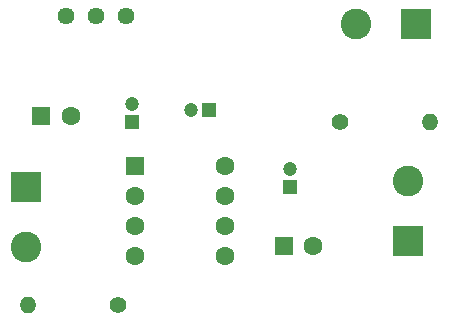
<source format=gbr>
%TF.GenerationSoftware,KiCad,Pcbnew,8.0.5*%
%TF.CreationDate,2024-12-26T15:01:40+03:00*%
%TF.ProjectId,LM386_Audio_Amplifier,4c4d3338-365f-4417-9564-696f5f416d70,v01*%
%TF.SameCoordinates,Original*%
%TF.FileFunction,Copper,L2,Bot*%
%TF.FilePolarity,Positive*%
%FSLAX46Y46*%
G04 Gerber Fmt 4.6, Leading zero omitted, Abs format (unit mm)*
G04 Created by KiCad (PCBNEW 8.0.5) date 2024-12-26 15:01:40*
%MOMM*%
%LPD*%
G01*
G04 APERTURE LIST*
%TA.AperFunction,ComponentPad*%
%ADD10C,1.440000*%
%TD*%
%TA.AperFunction,ComponentPad*%
%ADD11R,2.600000X2.600000*%
%TD*%
%TA.AperFunction,ComponentPad*%
%ADD12C,2.600000*%
%TD*%
%TA.AperFunction,ComponentPad*%
%ADD13R,1.600000X1.600000*%
%TD*%
%TA.AperFunction,ComponentPad*%
%ADD14C,1.600000*%
%TD*%
%TA.AperFunction,ComponentPad*%
%ADD15C,1.400000*%
%TD*%
%TA.AperFunction,ComponentPad*%
%ADD16O,1.400000X1.400000*%
%TD*%
%TA.AperFunction,ComponentPad*%
%ADD17R,1.200000X1.200000*%
%TD*%
%TA.AperFunction,ComponentPad*%
%ADD18C,1.200000*%
%TD*%
G04 APERTURE END LIST*
D10*
%TO.P,POT,1,1*%
%TO.N,Net-(C2-Pad2)*%
X117920000Y-60000000D03*
%TO.P,POT,2,2*%
%TO.N,Net-(U1-+)*%
X120460000Y-60000000D03*
%TO.P,POT,3,3*%
%TO.N,GND*%
X123000000Y-60000000D03*
%TD*%
D11*
%TO.P,J2,1,Pin_1*%
%TO.N,GND*%
X147545000Y-60695000D03*
D12*
%TO.P,J2,2,Pin_2*%
%TO.N,VCC*%
X142465000Y-60695000D03*
%TD*%
D13*
%TO.P,LM386,1,GAIN*%
%TO.N,Net-(C4-Pad2)*%
X123690000Y-72700000D03*
D14*
%TO.P,LM386,2,-*%
%TO.N,GND*%
X123690000Y-75240000D03*
%TO.P,LM386,3,+*%
%TO.N,Net-(U1-+)*%
X123690000Y-77780000D03*
%TO.P,LM386,4,GND*%
%TO.N,GND*%
X123690000Y-80320000D03*
%TO.P,LM386,5*%
%TO.N,Net-(C1-Pad1)*%
X131310000Y-80320000D03*
%TO.P,LM386,6,V+*%
%TO.N,VCC*%
X131310000Y-77780000D03*
%TO.P,LM386,7,BYPASS*%
%TO.N,Net-(U1-BYPASS)*%
X131310000Y-75240000D03*
%TO.P,LM386,8,GAIN*%
%TO.N,Net-(C4-Pad1)*%
X131310000Y-72700000D03*
%TD*%
D15*
%TO.P,R2,1*%
%TO.N,Net-(C1-Pad2)*%
X141115000Y-68965000D03*
D16*
%TO.P,R2,2*%
%TO.N,GND*%
X148735000Y-68965000D03*
%TD*%
D15*
%TO.P,R1,1*%
%TO.N,VCC*%
X122310000Y-84500000D03*
D16*
%TO.P,R1,2*%
%TO.N,Net-(J3-Pin_2)*%
X114690000Y-84500000D03*
%TD*%
D11*
%TO.P,J3,1,Pin_1*%
%TO.N,GND*%
X114500000Y-74500000D03*
D12*
%TO.P,J3,2,Pin_2*%
%TO.N,Net-(J3-Pin_2)*%
X114500000Y-79580000D03*
%TD*%
D11*
%TO.P,J1,1,Pin_1*%
%TO.N,Net-(J1-Pin_1)*%
X146805000Y-79045000D03*
D12*
%TO.P,J1,2,Pin_2*%
%TO.N,GND*%
X146805000Y-73965000D03*
%TD*%
D17*
%TO.P,C5,1*%
%TO.N,Net-(U1-BYPASS)*%
X130000000Y-68000000D03*
D18*
%TO.P,C5,2*%
%TO.N,GND*%
X128500000Y-68000000D03*
%TD*%
D17*
%TO.P,C4,1*%
%TO.N,Net-(C4-Pad1)*%
X123500000Y-69000000D03*
D18*
%TO.P,C4,2*%
%TO.N,Net-(C4-Pad2)*%
X123500000Y-67500000D03*
%TD*%
D13*
%TO.P,C3,1*%
%TO.N,Net-(C1-Pad1)*%
X136305000Y-79465000D03*
D14*
%TO.P,C3,2*%
%TO.N,Net-(J1-Pin_1)*%
X138805000Y-79465000D03*
%TD*%
D13*
%TO.P,C2,1*%
%TO.N,Net-(J3-Pin_2)*%
X115794888Y-68500000D03*
D14*
%TO.P,C2,2*%
%TO.N,Net-(C2-Pad2)*%
X118294888Y-68500000D03*
%TD*%
D17*
%TO.P,C1,1*%
%TO.N,Net-(C1-Pad1)*%
X136805000Y-74465000D03*
D18*
%TO.P,C1,2*%
%TO.N,Net-(C1-Pad2)*%
X136805000Y-72965000D03*
%TD*%
M02*

</source>
